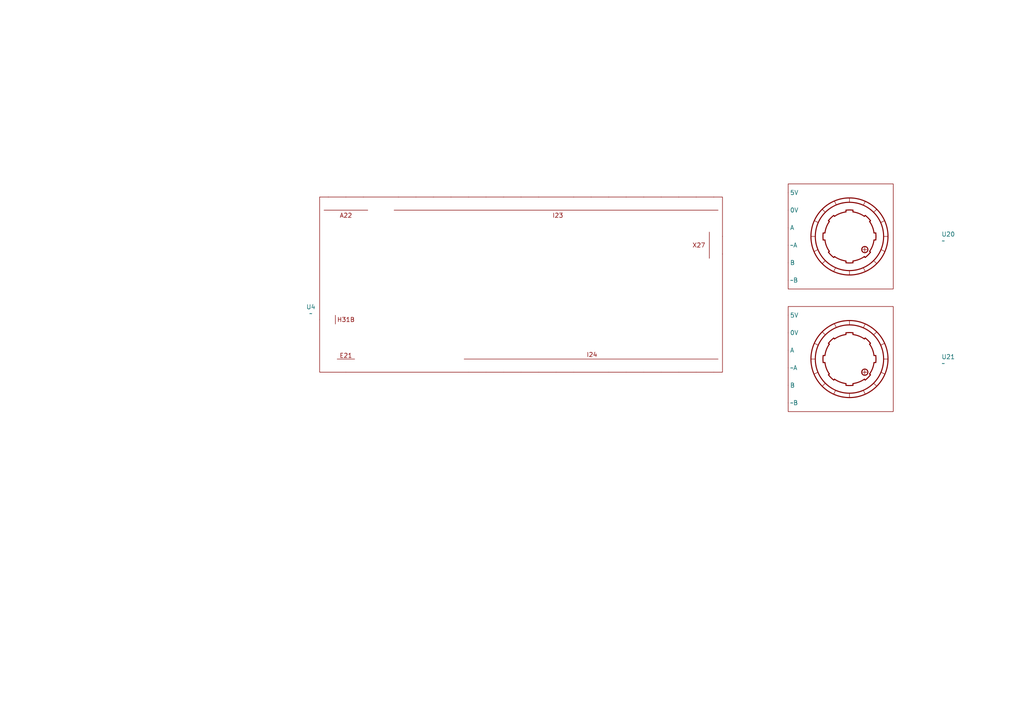
<source format=kicad_sch>
(kicad_sch
	(version 20250114)
	(generator "eeschema")
	(generator_version "9.0")
	(uuid "05e73eb6-e5d9-43d7-b8fa-7657f053cdc2")
	(paper "A4")
	(lib_symbols
		(symbol "000_Fagor:CNC_8058_elite"
			(exclude_from_sim no)
			(in_bom yes)
			(on_board yes)
			(property "Reference" "U"
				(at -59.182 3.048 0)
				(effects
					(font
						(size 1.27 1.27)
					)
				)
			)
			(property "Value" ""
				(at -25.4 0 0)
				(effects
					(font
						(size 1.27 1.27)
					)
				)
			)
			(property "Footprint" ""
				(at -25.4 0 0)
				(effects
					(font
						(size 1.27 1.27)
					)
					(hide yes)
				)
			)
			(property "Datasheet" ""
				(at -25.4 0 0)
				(effects
					(font
						(size 1.27 1.27)
					)
					(hide yes)
				)
			)
			(property "Description" ""
				(at -25.4 0 0)
				(effects
					(font
						(size 1.27 1.27)
					)
					(hide yes)
				)
			)
			(symbol "CNC_8058_elite_0_1"
				(rectangle
					(start -58.42 25.4)
					(end 58.42 -25.4)
					(stroke
						(width 0)
						(type default)
					)
					(fill
						(type none)
					)
				)
				(polyline
					(pts
						(xy -57.15 21.59) (xy -44.45 21.59)
					)
					(stroke
						(width 0)
						(type default)
					)
					(fill
						(type none)
					)
				)
				(polyline
					(pts
						(xy -53.848 -8.89) (xy -53.848 -11.43)
					)
					(stroke
						(width 0)
						(type default)
					)
					(fill
						(type none)
					)
				)
				(polyline
					(pts
						(xy -53.34 -21.59) (xy -48.26 -21.59)
					)
					(stroke
						(width 0)
						(type default)
					)
					(fill
						(type none)
					)
				)
				(polyline
					(pts
						(xy -36.83 21.59) (xy 57.15 21.59)
					)
					(stroke
						(width 0)
						(type default)
					)
					(fill
						(type none)
					)
				)
				(polyline
					(pts
						(xy -16.51 -21.59) (xy 57.15 -21.59)
					)
					(stroke
						(width 0)
						(type default)
					)
					(fill
						(type none)
					)
				)
				(polyline
					(pts
						(xy 54.61 15.24) (xy 54.61 7.62)
					)
					(stroke
						(width 0)
						(type default)
					)
					(fill
						(type none)
					)
				)
			)
			(symbol "CNC_8058_elite_1_1"
				(text "A22"
					(at -50.8 20.066 0)
					(effects
						(font
							(size 1.27 1.27)
						)
					)
				)
				(text "H31B"
					(at -50.8 -10.16 0)
					(effects
						(font
							(size 1.27 1.27)
						)
					)
				)
				(text "E21"
					(at -50.8 -20.574 0)
					(effects
						(font
							(size 1.27 1.27)
						)
					)
				)
				(text "I23"
					(at 10.668 20.066 0)
					(effects
						(font
							(size 1.27 1.27)
						)
					)
				)
				(text "I24"
					(at 20.574 -20.32 0)
					(effects
						(font
							(size 1.27 1.27)
						)
					)
				)
				(text "X27"
					(at 51.562 11.43 0)
					(effects
						(font
							(size 1.27 1.27)
						)
					)
				)
				(pin input line
					(at -58.42 -10.16 0)
					(length 0)
					(name ""
						(effects
							(font
								(size 0.635 0.635)
							)
						)
					)
					(number ""
						(effects
							(font
								(size 0.635 0.635)
							)
						)
					)
				)
				(pin input line
					(at -55.88 25.4 270)
					(length 0)
					(name ""
						(effects
							(font
								(size 0.635 0.635)
							)
						)
					)
					(number ""
						(effects
							(font
								(size 0.635 0.635)
							)
						)
					)
				)
				(pin input line
					(at -50.8 25.4 270)
					(length 0)
					(name ""
						(effects
							(font
								(size 0.635 0.635)
							)
						)
					)
					(number ""
						(effects
							(font
								(size 0.635 0.635)
							)
						)
					)
				)
				(pin input line
					(at -50.8 -25.4 90)
					(length 0)
					(name ""
						(effects
							(font
								(size 0.635 0.635)
							)
						)
					)
					(number ""
						(effects
							(font
								(size 0.635 0.635)
							)
						)
					)
				)
				(pin input line
					(at -45.72 25.4 270)
					(length 0)
					(name ""
						(effects
							(font
								(size 0.635 0.635)
							)
						)
					)
					(number ""
						(effects
							(font
								(size 0.635 0.635)
							)
						)
					)
				)
				(pin input line
					(at -35.56 25.4 270)
					(length 0)
					(name ""
						(effects
							(font
								(size 0.635 0.635)
							)
						)
					)
					(number ""
						(effects
							(font
								(size 0.635 0.635)
							)
						)
					)
				)
				(pin input line
					(at -30.48 25.4 270)
					(length 0)
					(name ""
						(effects
							(font
								(size 0.635 0.635)
							)
						)
					)
					(number ""
						(effects
							(font
								(size 0.635 0.635)
							)
						)
					)
				)
				(pin input line
					(at -25.4 25.4 270)
					(length 0)
					(name ""
						(effects
							(font
								(size 0.635 0.635)
							)
						)
					)
					(number ""
						(effects
							(font
								(size 0.635 0.635)
							)
						)
					)
				)
				(pin input line
					(at -20.32 25.4 270)
					(length 0)
					(name ""
						(effects
							(font
								(size 0.635 0.635)
							)
						)
					)
					(number ""
						(effects
							(font
								(size 0.635 0.635)
							)
						)
					)
				)
				(pin input line
					(at -15.24 25.4 270)
					(length 0)
					(name ""
						(effects
							(font
								(size 0.635 0.635)
							)
						)
					)
					(number ""
						(effects
							(font
								(size 0.635 0.635)
							)
						)
					)
				)
				(pin output line
					(at -15.24 -25.4 90)
					(length 0)
					(name ""
						(effects
							(font
								(size 0.635 0.635)
							)
						)
					)
					(number ""
						(effects
							(font
								(size 0.635 0.635)
							)
						)
					)
				)
				(pin input line
					(at -10.16 25.4 270)
					(length 0)
					(name ""
						(effects
							(font
								(size 0.635 0.635)
							)
						)
					)
					(number ""
						(effects
							(font
								(size 0.635 0.635)
							)
						)
					)
				)
				(pin output line
					(at -10.16 -25.4 90)
					(length 0)
					(name ""
						(effects
							(font
								(size 0.635 0.635)
							)
						)
					)
					(number ""
						(effects
							(font
								(size 0.635 0.635)
							)
						)
					)
				)
				(pin input line
					(at -5.08 25.4 270)
					(length 0)
					(name ""
						(effects
							(font
								(size 0.635 0.635)
							)
						)
					)
					(number ""
						(effects
							(font
								(size 0.635 0.635)
							)
						)
					)
				)
				(pin output line
					(at -5.08 -25.4 90)
					(length 0)
					(name ""
						(effects
							(font
								(size 0.635 0.635)
							)
						)
					)
					(number ""
						(effects
							(font
								(size 0.635 0.635)
							)
						)
					)
				)
				(pin input line
					(at 0 25.4 270)
					(length 0)
					(name ""
						(effects
							(font
								(size 0.635 0.635)
							)
						)
					)
					(number ""
						(effects
							(font
								(size 0.635 0.635)
							)
						)
					)
				)
				(pin output line
					(at 0 -25.4 90)
					(length 0)
					(name ""
						(effects
							(font
								(size 0.635 0.635)
							)
						)
					)
					(number ""
						(effects
							(font
								(size 0.635 0.635)
							)
						)
					)
				)
				(pin input line
					(at 5.08 25.4 270)
					(length 0)
					(name ""
						(effects
							(font
								(size 0.635 0.635)
							)
						)
					)
					(number ""
						(effects
							(font
								(size 0.635 0.635)
							)
						)
					)
				)
				(pin output line
					(at 5.08 -25.4 90)
					(length 0)
					(name ""
						(effects
							(font
								(size 0.635 0.635)
							)
						)
					)
					(number ""
						(effects
							(font
								(size 0.635 0.635)
							)
						)
					)
				)
				(pin output line
					(at 10.16 -25.4 90)
					(length 0)
					(name ""
						(effects
							(font
								(size 0.635 0.635)
							)
						)
					)
					(number ""
						(effects
							(font
								(size 0.635 0.635)
							)
						)
					)
				)
				(pin input line
					(at 15.24 25.4 270)
					(length 0)
					(name ""
						(effects
							(font
								(size 0.635 0.635)
							)
						)
					)
					(number ""
						(effects
							(font
								(size 0.635 0.635)
							)
						)
					)
				)
				(pin output line
					(at 15.24 -25.4 90)
					(length 0)
					(name ""
						(effects
							(font
								(size 0.635 0.635)
							)
						)
					)
					(number ""
						(effects
							(font
								(size 0.635 0.635)
							)
						)
					)
				)
				(pin input line
					(at 20.32 25.4 270)
					(length 0)
					(name ""
						(effects
							(font
								(size 0.635 0.635)
							)
						)
					)
					(number ""
						(effects
							(font
								(size 0.635 0.635)
							)
						)
					)
				)
				(pin input line
					(at 25.4 25.4 270)
					(length 0)
					(name ""
						(effects
							(font
								(size 0.635 0.635)
							)
						)
					)
					(number ""
						(effects
							(font
								(size 0.635 0.635)
							)
						)
					)
				)
				(pin output line
					(at 25.4 -25.4 90)
					(length 0)
					(name ""
						(effects
							(font
								(size 0.635 0.635)
							)
						)
					)
					(number ""
						(effects
							(font
								(size 0.635 0.635)
							)
						)
					)
				)
				(pin input line
					(at 30.48 25.4 270)
					(length 0)
					(name ""
						(effects
							(font
								(size 0.635 0.635)
							)
						)
					)
					(number ""
						(effects
							(font
								(size 0.635 0.635)
							)
						)
					)
				)
				(pin output line
					(at 30.48 -25.4 90)
					(length 0)
					(name ""
						(effects
							(font
								(size 0.635 0.635)
							)
						)
					)
					(number ""
						(effects
							(font
								(size 0.635 0.635)
							)
						)
					)
				)
				(pin input line
					(at 35.56 25.4 270)
					(length 0)
					(name ""
						(effects
							(font
								(size 0.635 0.635)
							)
						)
					)
					(number ""
						(effects
							(font
								(size 0.635 0.635)
							)
						)
					)
				)
				(pin output line
					(at 35.56 -25.4 90)
					(length 0)
					(name ""
						(effects
							(font
								(size 0.635 0.635)
							)
						)
					)
					(number ""
						(effects
							(font
								(size 0.635 0.635)
							)
						)
					)
				)
				(pin input line
					(at 40.64 25.4 270)
					(length 0)
					(name ""
						(effects
							(font
								(size 0.635 0.635)
							)
						)
					)
					(number ""
						(effects
							(font
								(size 0.635 0.635)
							)
						)
					)
				)
				(pin output line
					(at 40.64 -25.4 90)
					(length 0)
					(name ""
						(effects
							(font
								(size 0.635 0.635)
							)
						)
					)
					(number ""
						(effects
							(font
								(size 0.635 0.635)
							)
						)
					)
				)
				(pin input line
					(at 45.72 25.4 270)
					(length 0)
					(name ""
						(effects
							(font
								(size 0.635 0.635)
							)
						)
					)
					(number ""
						(effects
							(font
								(size 0.635 0.635)
							)
						)
					)
				)
				(pin output line
					(at 45.72 -25.4 90)
					(length 0)
					(name ""
						(effects
							(font
								(size 0.635 0.635)
							)
						)
					)
					(number ""
						(effects
							(font
								(size 0.635 0.635)
							)
						)
					)
				)
				(pin input line
					(at 50.8 25.4 270)
					(length 0)
					(name ""
						(effects
							(font
								(size 0.635 0.635)
							)
						)
					)
					(number ""
						(effects
							(font
								(size 0.635 0.635)
							)
						)
					)
				)
				(pin output line
					(at 50.8 -25.4 90)
					(length 0)
					(name ""
						(effects
							(font
								(size 0.635 0.635)
							)
						)
					)
					(number ""
						(effects
							(font
								(size 0.635 0.635)
							)
						)
					)
				)
				(pin input line
					(at 55.88 25.4 270)
					(length 0)
					(name ""
						(effects
							(font
								(size 0.635 0.635)
							)
						)
					)
					(number ""
						(effects
							(font
								(size 0.635 0.635)
							)
						)
					)
				)
				(pin output line
					(at 55.88 -25.4 90)
					(length 0)
					(name ""
						(effects
							(font
								(size 0.635 0.635)
							)
						)
					)
					(number ""
						(effects
							(font
								(size 0.635 0.635)
							)
						)
					)
				)
				(pin input line
					(at 58.42 13.97 180)
					(length 0)
					(name ""
						(effects
							(font
								(size 0.635 0.635)
							)
						)
					)
					(number ""
						(effects
							(font
								(size 0.635 0.635)
							)
						)
					)
				)
				(pin output line
					(at 58.42 8.89 180)
					(length 0)
					(name ""
						(effects
							(font
								(size 0.635 0.635)
							)
						)
					)
					(number ""
						(effects
							(font
								(size 0.635 0.635)
							)
						)
					)
				)
			)
			(embedded_fonts no)
		)
		(symbol "000_Fagor:UFO"
			(exclude_from_sim no)
			(in_bom yes)
			(on_board yes)
			(property "Reference" "U"
				(at 0 0 0)
				(effects
					(font
						(size 1.27 1.27)
					)
				)
			)
			(property "Value" ""
				(at 0 0 0)
				(effects
					(font
						(size 1.27 1.27)
					)
				)
			)
			(property "Footprint" ""
				(at 0 0 0)
				(effects
					(font
						(size 1.27 1.27)
					)
					(hide yes)
				)
			)
			(property "Datasheet" ""
				(at 0 0 0)
				(effects
					(font
						(size 1.27 1.27)
					)
					(hide yes)
				)
			)
			(property "Description" ""
				(at 0 0 0)
				(effects
					(font
						(size 1.27 1.27)
					)
					(hide yes)
				)
			)
			(symbol "UFO_0_1"
				(polyline
					(pts
						(xy 0 9.906) (xy 0 11.176)
					)
					(stroke
						(width 0)
						(type default)
					)
					(fill
						(type none)
					)
				)
			)
			(symbol "UFO_1_1"
				(rectangle
					(start -17.78 15.24)
					(end 12.7 -15.24)
					(stroke
						(width 0)
						(type default)
					)
					(fill
						(type none)
					)
				)
				(polyline
					(pts
						(xy -10.16 4.572) (xy -9.144 4.064)
					)
					(stroke
						(width 0)
						(type default)
					)
					(fill
						(type none)
					)
				)
				(polyline
					(pts
						(xy -9.906 0) (xy -11.176 0)
					)
					(stroke
						(width 0)
						(type default)
					)
					(fill
						(type none)
					)
				)
				(polyline
					(pts
						(xy -9.144 -3.81) (xy -10.16 -4.318)
					)
					(stroke
						(width 0)
						(type default)
					)
					(fill
						(type none)
					)
				)
				(polyline
					(pts
						(xy -7.874 -7.874) (xy -7.112 -7.112)
					)
					(stroke
						(width 0)
						(type default)
					)
					(fill
						(type none)
					)
				)
				(polyline
					(pts
						(xy -7.62 1.016) (xy -7.112 1.016)
					)
					(stroke
						(width 0.3048)
						(type solid)
					)
					(fill
						(type none)
					)
				)
				(polyline
					(pts
						(xy -7.62 -1.016) (xy -7.112 -1.016)
					)
					(stroke
						(width 0.3048)
						(type solid)
					)
					(fill
						(type none)
					)
				)
				(polyline
					(pts
						(xy -7.112 7.112) (xy -7.874 7.874)
					)
					(stroke
						(width 0)
						(type default)
					)
					(fill
						(type none)
					)
				)
				(polyline
					(pts
						(xy -6.096 4.572) (xy -5.842 4.318)
					)
					(stroke
						(width 0.3048)
						(type solid)
					)
					(fill
						(type none)
					)
				)
				(polyline
					(pts
						(xy -6.096 -4.572) (xy -5.842 -4.318)
					)
					(stroke
						(width 0.3048)
						(type solid)
					)
					(fill
						(type none)
					)
				)
				(polyline
					(pts
						(xy -4.572 6.096) (xy -4.318 5.842)
					)
					(stroke
						(width 0.3048)
						(type solid)
					)
					(fill
						(type none)
					)
				)
				(polyline
					(pts
						(xy -4.572 -6.096) (xy -4.318 -5.842)
					)
					(stroke
						(width 0.3048)
						(type solid)
					)
					(fill
						(type none)
					)
				)
				(polyline
					(pts
						(xy -4.318 -6.096) (xy -4.318 -6.096)
					)
					(stroke
						(width 0)
						(type default)
					)
					(fill
						(type none)
					)
				)
				(polyline
					(pts
						(xy -4.064 -9.144) (xy -4.572 -10.16)
					)
					(stroke
						(width 0)
						(type default)
					)
					(fill
						(type none)
					)
				)
				(polyline
					(pts
						(xy -3.81 9.144) (xy -4.318 10.16)
					)
					(stroke
						(width 0)
						(type default)
					)
					(fill
						(type none)
					)
				)
				(polyline
					(pts
						(xy -1.016 7.62) (xy -1.016 7.112)
					)
					(stroke
						(width 0.3048)
						(type solid)
					)
					(fill
						(type none)
					)
				)
				(polyline
					(pts
						(xy -1.016 -7.62) (xy -1.016 -7.112)
					)
					(stroke
						(width 0.3048)
						(type solid)
					)
					(fill
						(type none)
					)
				)
				(arc
					(start 7.112 -1.016)
					(mid 6.6822 -2.7459)
					(end 5.842 -4.318)
					(stroke
						(width 0.3048)
						(type solid)
					)
					(fill
						(type none)
					)
				)
				(arc
					(start 5.842 4.318)
					(mid 6.6828 2.7462)
					(end 7.112 1.016)
					(stroke
						(width 0.3048)
						(type solid)
					)
					(fill
						(type none)
					)
				)
				(arc
					(start -5.842 -4.318)
					(mid -6.6849 -2.747)
					(end -7.112 -1.016)
					(stroke
						(width 0.3048)
						(type solid)
					)
					(fill
						(type none)
					)
				)
				(arc
					(start 1.016 7.112)
					(mid 2.7411 6.6696)
					(end 4.318 5.842)
					(stroke
						(width 0.3048)
						(type solid)
					)
					(fill
						(type none)
					)
				)
				(arc
					(start 6.091 -4.567)
					(mid 5.3832 -5.3832)
					(end 4.567 -6.091)
					(stroke
						(width 0.3048)
						(type solid)
					)
					(fill
						(type none)
					)
				)
				(arc
					(start -1.0335 -7.1067)
					(mid -2.7586 -6.6643)
					(end -4.3355 -5.8367)
					(stroke
						(width 0.3048)
						(type solid)
					)
					(fill
						(type none)
					)
				)
				(arc
					(start 4.3355 -5.8367)
					(mid 2.7586 -6.6643)
					(end 1.0335 -7.1067)
					(stroke
						(width 0.3048)
						(type solid)
					)
					(fill
						(type none)
					)
				)
				(arc
					(start -7.6181 -1.0323)
					(mid -7.6877 -0.019)
					(end -7.6231 0.9947)
					(stroke
						(width 0.3048)
						(type solid)
					)
					(fill
						(type none)
					)
				)
				(arc
					(start -6.091 4.567)
					(mid -5.3832 5.3832)
					(end -4.567 6.091)
					(stroke
						(width 0.3048)
						(type solid)
					)
					(fill
						(type none)
					)
				)
				(arc
					(start -4.567 -6.091)
					(mid -5.3832 -5.3832)
					(end -6.091 -4.567)
					(stroke
						(width 0.3048)
						(type solid)
					)
					(fill
						(type none)
					)
				)
				(circle
					(center 0 0)
					(radius 9.906)
					(stroke
						(width 0.3048)
						(type solid)
					)
					(fill
						(type none)
					)
				)
				(circle
					(center 0 0)
					(radius 11.176)
					(stroke
						(width 0.3048)
						(type solid)
					)
					(fill
						(type none)
					)
				)
				(arc
					(start 1.0323 -7.6181)
					(mid 0.019 -7.6877)
					(end -0.9947 -7.6231)
					(stroke
						(width 0.3048)
						(type solid)
					)
					(fill
						(type none)
					)
				)
				(arc
					(start 7.6181 1.0323)
					(mid 7.6877 0.019)
					(end 7.6231 -0.9947)
					(stroke
						(width 0.3048)
						(type solid)
					)
					(fill
						(type none)
					)
				)
				(arc
					(start -4.3355 5.8367)
					(mid -2.7586 6.6643)
					(end -1.0335 7.1067)
					(stroke
						(width 0.3048)
						(type solid)
					)
					(fill
						(type none)
					)
				)
				(polyline
					(pts
						(xy 0 -9.906) (xy 0 -11.176)
					)
					(stroke
						(width 0)
						(type default)
					)
					(fill
						(type none)
					)
				)
				(arc
					(start 4.572 6.096)
					(mid 5.3882 5.3882)
					(end 6.096 4.572)
					(stroke
						(width 0.3048)
						(type solid)
					)
					(fill
						(type none)
					)
				)
				(arc
					(start -1.011 7.615)
					(mid 0.0023 7.6846)
					(end 1.016 7.62)
					(stroke
						(width 0.3048)
						(type solid)
					)
					(fill
						(type none)
					)
				)
				(arc
					(start -7.112 1.016)
					(mid -6.6822 2.7459)
					(end -5.842 4.318)
					(stroke
						(width 0.3048)
						(type solid)
					)
					(fill
						(type none)
					)
				)
				(polyline
					(pts
						(xy 1.016 7.62) (xy 1.016 7.112)
					)
					(stroke
						(width 0.3048)
						(type solid)
					)
					(fill
						(type none)
					)
				)
				(polyline
					(pts
						(xy 1.016 -7.62) (xy 1.016 -7.112)
					)
					(stroke
						(width 0.3048)
						(type solid)
					)
					(fill
						(type none)
					)
				)
				(polyline
					(pts
						(xy 3.81 -3.81) (xy 5.08 -3.81)
					)
					(stroke
						(width 0)
						(type default)
					)
					(fill
						(type none)
					)
				)
				(polyline
					(pts
						(xy 4.445 -3.175) (xy 4.445 -4.445)
					)
					(stroke
						(width 0)
						(type default)
					)
					(fill
						(type none)
					)
				)
				(circle
					(center 4.445 -3.81)
					(radius 0.898)
					(stroke
						(width 0.3048)
						(type solid)
					)
					(fill
						(type none)
					)
				)
				(polyline
					(pts
						(xy 4.572 10.16) (xy 4.064 9.144)
					)
					(stroke
						(width 0)
						(type default)
					)
					(fill
						(type none)
					)
				)
				(polyline
					(pts
						(xy 4.572 6.096) (xy 4.318 5.842)
					)
					(stroke
						(width 0.3048)
						(type solid)
					)
					(fill
						(type none)
					)
				)
				(polyline
					(pts
						(xy 4.572 -6.096) (xy 4.318 -5.842)
					)
					(stroke
						(width 0.3048)
						(type solid)
					)
					(fill
						(type none)
					)
				)
				(polyline
					(pts
						(xy 4.572 -10.16) (xy 4.064 -9.144)
					)
					(stroke
						(width 0)
						(type default)
					)
					(fill
						(type none)
					)
				)
				(polyline
					(pts
						(xy 6.096 4.572) (xy 5.842 4.318)
					)
					(stroke
						(width 0.3048)
						(type solid)
					)
					(fill
						(type none)
					)
				)
				(polyline
					(pts
						(xy 6.096 -4.572) (xy 5.842 -4.318)
					)
					(stroke
						(width 0.3048)
						(type solid)
					)
					(fill
						(type none)
					)
				)
				(polyline
					(pts
						(xy 7.62 1.016) (xy 7.112 1.016)
					)
					(stroke
						(width 0.3048)
						(type solid)
					)
					(fill
						(type none)
					)
				)
				(polyline
					(pts
						(xy 7.62 -1.016) (xy 7.112 -1.016)
					)
					(stroke
						(width 0.3048)
						(type solid)
					)
					(fill
						(type none)
					)
				)
				(polyline
					(pts
						(xy 7.874 7.874) (xy 7.112 7.112)
					)
					(stroke
						(width 0)
						(type default)
					)
					(fill
						(type none)
					)
				)
				(polyline
					(pts
						(xy 7.874 -7.874) (xy 7.112 -7.112)
					)
					(stroke
						(width 0)
						(type default)
					)
					(fill
						(type none)
					)
				)
				(polyline
					(pts
						(xy 9.144 4.064) (xy 10.16 4.572)
					)
					(stroke
						(width 0)
						(type default)
					)
					(fill
						(type none)
					)
				)
				(polyline
					(pts
						(xy 9.144 -3.81) (xy 10.16 -4.318)
					)
					(stroke
						(width 0)
						(type default)
					)
					(fill
						(type none)
					)
				)
				(polyline
					(pts
						(xy 9.906 0) (xy 11.176 0)
					)
					(stroke
						(width 0)
						(type default)
					)
					(fill
						(type none)
					)
				)
				(pin output line
					(at -17.78 12.7 0)
					(length 0)
					(name "5V"
						(effects
							(font
								(size 1.27 1.27)
							)
						)
					)
					(number ""
						(effects
							(font
								(size 1.27 1.27)
							)
						)
					)
				)
				(pin output line
					(at -17.78 7.62 0)
					(length 0)
					(name "0V"
						(effects
							(font
								(size 1.27 1.27)
							)
						)
					)
					(number ""
						(effects
							(font
								(size 1.27 1.27)
							)
						)
					)
				)
				(pin output line
					(at -17.78 2.54 0)
					(length 0)
					(name "A"
						(effects
							(font
								(size 1.27 1.27)
							)
						)
					)
					(number ""
						(effects
							(font
								(size 1.27 1.27)
							)
						)
					)
				)
				(pin output line
					(at -17.78 -2.54 0)
					(length 0)
					(name "~A"
						(effects
							(font
								(size 1.27 1.27)
							)
						)
					)
					(number ""
						(effects
							(font
								(size 1.27 1.27)
							)
						)
					)
				)
				(pin output line
					(at -17.78 -7.62 0)
					(length 0)
					(name "B"
						(effects
							(font
								(size 1.27 1.27)
							)
						)
					)
					(number ""
						(effects
							(font
								(size 1.27 1.27)
							)
						)
					)
				)
				(pin output line
					(at -17.78 -12.7 0)
					(length 0)
					(name "~B"
						(effects
							(font
								(size 1.27 1.27)
							)
						)
					)
					(number ""
						(effects
							(font
								(size 1.27 1.27)
							)
						)
					)
				)
			)
			(embedded_fonts no)
		)
		(symbol "UFO_1"
			(exclude_from_sim no)
			(in_bom yes)
			(on_board yes)
			(property "Reference" "U"
				(at 0 0 0)
				(effects
					(font
						(size 1.27 1.27)
					)
				)
			)
			(property "Value" ""
				(at 0 0 0)
				(effects
					(font
						(size 1.27 1.27)
					)
				)
			)
			(property "Footprint" ""
				(at 0 0 0)
				(effects
					(font
						(size 1.27 1.27)
					)
					(hide yes)
				)
			)
			(property "Datasheet" ""
				(at 0 0 0)
				(effects
					(font
						(size 1.27 1.27)
					)
					(hide yes)
				)
			)
			(property "Description" ""
				(at 0 0 0)
				(effects
					(font
						(size 1.27 1.27)
					)
					(hide yes)
				)
			)
			(symbol "UFO_1_0_1"
				(polyline
					(pts
						(xy 0 9.906) (xy 0 11.176)
					)
					(stroke
						(width 0)
						(type default)
					)
					(fill
						(type none)
					)
				)
			)
			(symbol "UFO_1_1_1"
				(rectangle
					(start -17.78 15.24)
					(end 12.7 -15.24)
					(stroke
						(width 0)
						(type default)
					)
					(fill
						(type none)
					)
				)
				(polyline
					(pts
						(xy -10.16 4.572) (xy -9.144 4.064)
					)
					(stroke
						(width 0)
						(type default)
					)
					(fill
						(type none)
					)
				)
				(polyline
					(pts
						(xy -9.906 0) (xy -11.176 0)
					)
					(stroke
						(width 0)
						(type default)
					)
					(fill
						(type none)
					)
				)
				(polyline
					(pts
						(xy -9.144 -3.81) (xy -10.16 -4.318)
					)
					(stroke
						(width 0)
						(type default)
					)
					(fill
						(type none)
					)
				)
				(polyline
					(pts
						(xy -7.874 -7.874) (xy -7.112 -7.112)
					)
					(stroke
						(width 0)
						(type default)
					)
					(fill
						(type none)
					)
				)
				(polyline
					(pts
						(xy -7.62 1.016) (xy -7.112 1.016)
					)
					(stroke
						(width 0.3048)
						(type solid)
					)
					(fill
						(type none)
					)
				)
				(polyline
					(pts
						(xy -7.62 -1.016) (xy -7.112 -1.016)
					)
					(stroke
						(width 0.3048)
						(type solid)
					)
					(fill
						(type none)
					)
				)
				(polyline
					(pts
						(xy -7.112 7.112) (xy -7.874 7.874)
					)
					(stroke
						(width 0)
						(type default)
					)
					(fill
						(type none)
					)
				)
				(polyline
					(pts
						(xy -6.096 4.572) (xy -5.842 4.318)
					)
					(stroke
						(width 0.3048)
						(type solid)
					)
					(fill
						(type none)
					)
				)
				(polyline
					(pts
						(xy -6.096 -4.572) (xy -5.842 -4.318)
					)
					(stroke
						(width 0.3048)
						(type solid)
					)
					(fill
						(type none)
					)
				)
				(polyline
					(pts
						(xy -4.572 6.096) (xy -4.318 5.842)
					)
					(stroke
						(width 0.3048)
						(type solid)
					)
					(fill
						(type none)
					)
				)
				(polyline
					(pts
						(xy -4.572 -6.096) (xy -4.318 -5.842)
					)
					(stroke
						(width 0.3048)
						(type solid)
					)
					(fill
						(type none)
					)
				)
				(polyline
					(pts
						(xy -4.318 -6.096) (xy -4.318 -6.096)
					)
					(stroke
						(width 0)
						(type default)
					)
					(fill
						(type none)
					)
				)
				(polyline
					(pts
						(xy -4.064 -9.144) (xy -4.572 -10.16)
					)
					(stroke
						(width 0)
						(type default)
					)
					(fill
						(type none)
					)
				)
				(polyline
					(pts
						(xy -3.81 9.144) (xy -4.318 10.16)
					)
					(stroke
						(width 0)
						(type default)
					)
					(fill
						(type none)
					)
				)
				(polyline
					(pts
						(xy -1.016 7.62) (xy -1.016 7.112)
					)
					(stroke
						(width 0.3048)
						(type solid)
					)
					(fill
						(type none)
					)
				)
				(polyline
					(pts
						(xy -1.016 -7.62) (xy -1.016 -7.112)
					)
					(stroke
						(width 0.3048)
						(type solid)
					)
					(fill
						(type none)
					)
				)
				(arc
					(start 7.112 -1.016)
					(mid 6.6822 -2.7459)
					(end 5.842 -4.318)
					(stroke
						(width 0.3048)
						(type solid)
					)
					(fill
						(type none)
					)
				)
				(arc
					(start 5.842 4.318)
					(mid 6.6828 2.7462)
					(end 7.112 1.016)
					(stroke
						(width 0.3048)
						(type solid)
					)
					(fill
						(type none)
					)
				)
				(arc
					(start -5.842 -4.318)
					(mid -6.6849 -2.747)
					(end -7.112 -1.016)
					(stroke
						(width 0.3048)
						(type solid)
					)
					(fill
						(type none)
					)
				)
				(arc
					(start 1.016 7.112)
					(mid 2.7411 6.6696)
					(end 4.318 5.842)
					(stroke
						(width 0.3048)
						(type solid)
					)
					(fill
						(type none)
					)
				)
				(arc
					(start 6.091 -4.567)
					(mid 5.3832 -5.3832)
					(end 4.567 -6.091)
					(stroke
						(width 0.3048)
						(type solid)
					)
					(fill
						(type none)
					)
				)
				(arc
					(start -1.0335 -7.1067)
					(mid -2.7586 -6.6643)
					(end -4.3355 -5.8367)
					(stroke
						(width 0.3048)
						(type solid)
					)
					(fill
						(type none)
					)
				)
				(arc
					(start 4.3355 -5.8367)
					(mid 2.7586 -6.6643)
					(end 1.0335 -7.1067)
					(stroke
						(width 0.3048)
						(type solid)
					)
					(fill
						(type none)
					)
				)
				(arc
					(start -7.6181 -1.0323)
					(mid -7.6877 -0.019)
					(end -7.6231 0.9947)
					(stroke
						(width 0.3048)
						(type solid)
					)
					(fill
						(type none)
					)
				)
				(arc
					(start -6.091 4.567)
					(mid -5.3832 5.3832)
					(end -4.567 6.091)
					(stroke
						(width 0.3048)
						(type solid)
					)
					(fill
						(type none)
					)
				)
				(arc
					(start -4.567 -6.091)
					(mid -5.3832 -5.3832)
					(end -6.091 -4.567)
					(stroke
						(width 0.3048)
						(type solid)
					)
					(fill
						(type none)
					)
				)
				(circle
					(center 0 0)
					(radius 9.906)
					(stroke
						(width 0.3048)
						(type solid)
					)
					(fill
						(type none)
					)
				)
				(circle
					(center 0 0)
					(radius 11.176)
					(stroke
						(width 0.3048)
						(type solid)
					)
					(fill
						(type none)
					)
				)
				(arc
					(start 1.0323 -7.6181)
					(mid 0.019 -7.6877)
					(end -0.9947 -7.6231)
					(stroke
						(width 0.3048)
						(type solid)
					)
					(fill
						(type none)
					)
				)
				(arc
					(start 7.6181 1.0323)
					(mid 7.6877 0.019)
					(end 7.6231 -0.9947)
					(stroke
						(width 0.3048)
						(type solid)
					)
					(fill
						(type none)
					)
				)
				(arc
					(start -4.3355 5.8367)
					(mid -2.7586 6.6643)
					(end -1.0335 7.1067)
					(stroke
						(width 0.3048)
						(type solid)
					)
					(fill
						(type none)
					)
				)
				(polyline
					(pts
						(xy 0 -9.906) (xy 0 -11.176)
					)
					(stroke
						(width 0)
						(type default)
					)
					(fill
						(type none)
					)
				)
				(arc
					(start 4.572 6.096)
					(mid 5.3882 5.3882)
					(end 6.096 4.572)
					(stroke
						(width 0.3048)
						(type solid)
					)
					(fill
						(type none)
					)
				)
				(arc
					(start -1.011 7.615)
					(mid 0.0023 7.6846)
					(end 1.016 7.62)
					(stroke
						(width 0.3048)
						(type solid)
					)
					(fill
						(type none)
					)
				)
				(arc
					(start -7.112 1.016)
					(mid -6.6822 2.7459)
					(end -5.842 4.318)
					(stroke
						(width 0.3048)
						(type solid)
					)
					(fill
						(type none)
					)
				)
				(polyline
					(pts
						(xy 1.016 7.62) (xy 1.016 7.112)
					)
					(stroke
						(width 0.3048)
						(type solid)
					)
					(fill
						(type none)
					)
				)
				(polyline
					(pts
						(xy 1.016 -7.62) (xy 1.016 -7.112)
					)
					(stroke
						(width 0.3048)
						(type solid)
					)
					(fill
						(type none)
					)
				)
				(polyline
					(pts
						(xy 3.81 -3.81) (xy 5.08 -3.81)
					)
					(stroke
						(width 0)
						(type default)
					)
					(fill
						(type none)
					)
				)
				(polyline
					(pts
						(xy 4.445 -3.175) (xy 4.445 -4.445)
					)
					(stroke
						(width 0)
						(type default)
					)
					(fill
						(type none)
					)
				)
				(circle
					(center 4.445 -3.81)
					(radius 0.898)
					(stroke
						(width 0.3048)
						(type solid)
					)
					(fill
						(type none)
					)
				)
				(polyline
					(pts
						(xy 4.572 10.16) (xy 4.064 9.144)
					)
					(stroke
						(width 0)
						(type default)
					)
					(fill
						(type none)
					)
				)
				(polyline
					(pts
						(xy 4.572 6.096) (xy 4.318 5.842)
					)
					(stroke
						(width 0.3048)
						(type solid)
					)
					(fill
						(type none)
					)
				)
				(polyline
					(pts
						(xy 4.572 -6.096) (xy 4.318 -5.842)
					)
					(stroke
						(width 0.3048)
						(type solid)
					)
					(fill
						(type none)
					)
				)
				(polyline
					(pts
						(xy 4.572 -10.16) (xy 4.064 -9.144)
					)
					(stroke
						(width 0)
						(type default)
					)
					(fill
						(type none)
					)
				)
				(polyline
					(pts
						(xy 6.096 4.572) (xy 5.842 4.318)
					)
					(stroke
						(width 0.3048)
						(type solid)
					)
					(fill
						(type none)
					)
				)
				(polyline
					(pts
						(xy 6.096 -4.572) (xy 5.842 -4.318)
					)
					(stroke
						(width 0.3048)
						(type solid)
					)
					(fill
						(type none)
					)
				)
				(polyline
					(pts
						(xy 7.62 1.016) (xy 7.112 1.016)
					)
					(stroke
						(width 0.3048)
						(type solid)
					)
					(fill
						(type none)
					)
				)
				(polyline
					(pts
						(xy 7.62 -1.016) (xy 7.112 -1.016)
					)
					(stroke
						(width 0.3048)
						(type solid)
					)
					(fill
						(type none)
					)
				)
				(polyline
					(pts
						(xy 7.874 7.874) (xy 7.112 7.112)
					)
					(stroke
						(width 0)
						(type default)
					)
					(fill
						(type none)
					)
				)
				(polyline
					(pts
						(xy 7.874 -7.874) (xy 7.112 -7.112)
					)
					(stroke
						(width 0)
						(type default)
					)
					(fill
						(type none)
					)
				)
				(polyline
					(pts
						(xy 9.144 4.064) (xy 10.16 4.572)
					)
					(stroke
						(width 0)
						(type default)
					)
					(fill
						(type none)
					)
				)
				(polyline
					(pts
						(xy 9.144 -3.81) (xy 10.16 -4.318)
					)
					(stroke
						(width 0)
						(type default)
					)
					(fill
						(type none)
					)
				)
				(polyline
					(pts
						(xy 9.906 0) (xy 11.176 0)
					)
					(stroke
						(width 0)
						(type default)
					)
					(fill
						(type none)
					)
				)
				(pin output line
					(at -17.78 12.7 0)
					(length 0)
					(name "5V"
						(effects
							(font
								(size 1.27 1.27)
							)
						)
					)
					(number ""
						(effects
							(font
								(size 1.27 1.27)
							)
						)
					)
				)
				(pin output line
					(at -17.78 7.62 0)
					(length 0)
					(name "0V"
						(effects
							(font
								(size 1.27 1.27)
							)
						)
					)
					(number ""
						(effects
							(font
								(size 1.27 1.27)
							)
						)
					)
				)
				(pin output line
					(at -17.78 2.54 0)
					(length 0)
					(name "A"
						(effects
							(font
								(size 1.27 1.27)
							)
						)
					)
					(number ""
						(effects
							(font
								(size 1.27 1.27)
							)
						)
					)
				)
				(pin output line
					(at -17.78 -2.54 0)
					(length 0)
					(name "~A"
						(effects
							(font
								(size 1.27 1.27)
							)
						)
					)
					(number ""
						(effects
							(font
								(size 1.27 1.27)
							)
						)
					)
				)
				(pin output line
					(at -17.78 -7.62 0)
					(length 0)
					(name "B"
						(effects
							(font
								(size 1.27 1.27)
							)
						)
					)
					(number ""
						(effects
							(font
								(size 1.27 1.27)
							)
						)
					)
				)
				(pin output line
					(at -17.78 -12.7 0)
					(length 0)
					(name "~B"
						(effects
							(font
								(size 1.27 1.27)
							)
						)
					)
					(number ""
						(effects
							(font
								(size 1.27 1.27)
							)
						)
					)
				)
			)
			(embedded_fonts no)
		)
	)
	(symbol
		(lib_id "000_Fagor:UFO")
		(at 246.38 68.58 0)
		(unit 1)
		(exclude_from_sim no)
		(in_bom yes)
		(on_board yes)
		(dnp no)
		(fields_autoplaced yes)
		(uuid "092fcb06-2778-478a-9a33-2582129093c9")
		(property "Reference" "U20"
			(at 273.05 67.9449 0)
			(effects
				(font
					(size 1.27 1.27)
				)
				(justify left)
			)
		)
		(property "Value" "~"
			(at 273.05 69.85 0)
			(effects
				(font
					(size 1.27 1.27)
				)
				(justify left)
			)
		)
		(property "Footprint" ""
			(at 246.38 68.58 0)
			(effects
				(font
					(size 1.27 1.27)
				)
				(hide yes)
			)
		)
		(property "Datasheet" ""
			(at 246.38 68.58 0)
			(effects
				(font
					(size 1.27 1.27)
				)
				(hide yes)
			)
		)
		(property "Description" ""
			(at 246.38 68.58 0)
			(effects
				(font
					(size 1.27 1.27)
				)
				(hide yes)
			)
		)
		(pin ""
			(uuid "955e4828-b4eb-4f35-83eb-3d1fe4c8d8d6")
		)
		(pin ""
			(uuid "cf6e4a3d-a986-4324-9031-2294f53d9b90")
		)
		(pin ""
			(uuid "bb95425b-1173-467b-9133-64facb7c98dc")
		)
		(pin ""
			(uuid "6cacaf82-c1ec-4cb7-ba4f-5546d9cf64d4")
		)
		(pin ""
			(uuid "2747f1b0-bda2-4411-92ec-6b89b8bfc145")
		)
		(pin ""
			(uuid "a9d6a228-bc4e-42b7-bdbf-34f952af4ebb")
		)
		(instances
			(project ""
				(path "/52a75faa-5f88-4071-a3e0-32b7b7a12a14/243c97bd-c122-4395-835a-5fe2e33d3dfa"
					(reference "U20")
					(unit 1)
				)
			)
		)
	)
	(symbol
		(lib_id "000_Fagor:CNC_8058_elite")
		(at 151.13 82.55 0)
		(unit 1)
		(exclude_from_sim no)
		(in_bom yes)
		(on_board yes)
		(dnp no)
		(fields_autoplaced yes)
		(uuid "76346f8f-c993-4618-929d-e0ec19f109b4")
		(property "Reference" "U4"
			(at 90.17 89.0268 0)
			(effects
				(font
					(size 1.27 1.27)
				)
			)
		)
		(property "Value" "~"
			(at 90.17 90.9319 0)
			(effects
				(font
					(size 1.27 1.27)
				)
			)
		)
		(property "Footprint" ""
			(at 125.73 82.55 0)
			(effects
				(font
					(size 1.27 1.27)
				)
				(hide yes)
			)
		)
		(property "Datasheet" ""
			(at 125.73 82.55 0)
			(effects
				(font
					(size 1.27 1.27)
				)
				(hide yes)
			)
		)
		(property "Description" ""
			(at 125.73 82.55 0)
			(effects
				(font
					(size 1.27 1.27)
				)
				(hide yes)
			)
		)
		(pin ""
			(uuid "1cbfdd99-99b0-4de5-943e-5260d1817151")
		)
		(pin ""
			(uuid "25740e43-30bd-48f1-9b22-8e748ff14df4")
		)
		(pin ""
			(uuid "101c9cd2-c59d-4420-8654-f9a68af08149")
		)
		(pin ""
			(uuid "a73502ee-3cbd-4308-8b9f-5adc97dbce4a")
		)
		(pin ""
			(uuid "905662b0-5158-4543-950d-40c13d22711c")
		)
		(pin ""
			(uuid "614efe8e-459c-4ca5-80cb-a38bc0525d79")
		)
		(pin ""
			(uuid "ee57f28d-184d-424a-952e-48fad3e8fcdd")
		)
		(pin ""
			(uuid "a9602a4a-93f6-4bd7-be85-690624fe7870")
		)
		(pin ""
			(uuid "64de84a2-b773-4bf1-8b4f-b46c63bfa420")
		)
		(pin ""
			(uuid "d76c457e-dbd4-4127-a9c8-d275b7667ffa")
		)
		(pin ""
			(uuid "67cc9059-b28c-42e5-ac82-e2b66c08b4ce")
		)
		(pin ""
			(uuid "8fa73313-617f-4baa-ad9a-427c51028984")
		)
		(pin ""
			(uuid "a0656a11-16d8-43bd-8003-434d3489145c")
		)
		(pin ""
			(uuid "c057be3e-4753-468d-b5ba-5c92e6c49136")
		)
		(pin ""
			(uuid "d9bd8927-9bdc-4631-983a-1ea168cc03ce")
		)
		(pin ""
			(uuid "80e91d01-a7d2-4461-9d60-b40b918ec847")
		)
		(pin ""
			(uuid "21242d7b-b66f-41bf-b483-9eb65e5397bf")
		)
		(pin ""
			(uuid "f4435707-bb0f-40a0-8b31-daebfa832c38")
		)
		(pin ""
			(uuid "de5001cb-a250-4b64-9803-e5246719884a")
		)
		(pin ""
			(uuid "1526035c-7d12-4e1e-b3a0-daac20208066")
		)
		(pin ""
			(uuid "75c3d3bd-9c18-440d-9a28-0fa6f0346716")
		)
		(pin ""
			(uuid "20adc588-b2d4-461a-8ad7-b38fa9b0d2f9")
		)
		(pin ""
			(uuid "de30b9c4-c85e-46be-86d0-766349b4e22d")
		)
		(pin ""
			(uuid "1bb2fce3-0dd5-4966-a694-89b7d091d072")
		)
		(pin ""
			(uuid "b960c48a-ca28-425d-b6af-052be56347f0")
		)
		(pin ""
			(uuid "914b293f-da0c-4f74-8404-4db91c930dc3")
		)
		(pin ""
			(uuid "c8b7900c-e1b2-4753-812f-5399f190be5b")
		)
		(pin ""
			(uuid "7432ba0b-803c-443b-987a-60d137e7dc70")
		)
		(pin ""
			(uuid "628a126f-907f-465a-866d-50dcfe384281")
		)
		(pin ""
			(uuid "e7c744d6-06be-46ad-b706-9c11a14acb6d")
		)
		(pin ""
			(uuid "649481a8-a1f7-4558-b877-2d0af63c2af2")
		)
		(pin ""
			(uuid "e2d0d0f7-369a-4c08-b02b-0a8ddd01dbf3")
		)
		(pin ""
			(uuid "69ca1cb9-ad47-42e4-8d4f-46f3cace790d")
		)
		(pin ""
			(uuid "ed3b6446-bf1f-4f02-b6b3-e1f5a2ba34ff")
		)
		(pin ""
			(uuid "926450e7-7750-4bc3-8ca8-b9105295ef2d")
		)
		(pin ""
			(uuid "5849dd4a-1e23-4c3d-b5f0-b59ad741172c")
		)
		(pin ""
			(uuid "594e8cc1-621c-4f47-b131-df2e4d17fd54")
		)
		(pin ""
			(uuid "a8ef6892-5dfe-41fb-bd80-d29943fc2b7a")
		)
		(pin ""
			(uuid "7e45810e-b6e2-4408-b05d-fc636ba52fa7")
		)
		(instances
			(project ""
				(path "/52a75faa-5f88-4071-a3e0-32b7b7a12a14/243c97bd-c122-4395-835a-5fe2e33d3dfa"
					(reference "U4")
					(unit 1)
				)
			)
		)
	)
	(symbol
		(lib_name "UFO_1")
		(lib_id "000_Fagor:UFO")
		(at 246.38 104.14 0)
		(unit 1)
		(exclude_from_sim no)
		(in_bom yes)
		(on_board yes)
		(dnp no)
		(fields_autoplaced yes)
		(uuid "fd09e692-7e3a-436b-bf14-7941ec75a166")
		(property "Reference" "U21"
			(at 273.05 103.5049 0)
			(effects
				(font
					(size 1.27 1.27)
				)
				(justify left)
			)
		)
		(property "Value" "~"
			(at 273.05 105.41 0)
			(effects
				(font
					(size 1.27 1.27)
				)
				(justify left)
			)
		)
		(property "Footprint" ""
			(at 246.38 104.14 0)
			(effects
				(font
					(size 1.27 1.27)
				)
				(hide yes)
			)
		)
		(property "Datasheet" ""
			(at 246.38 104.14 0)
			(effects
				(font
					(size 1.27 1.27)
				)
				(hide yes)
			)
		)
		(property "Description" ""
			(at 246.38 104.14 0)
			(effects
				(font
					(size 1.27 1.27)
				)
				(hide yes)
			)
		)
		(pin ""
			(uuid "ea9a4d27-e85b-4e09-be7c-92a0fdb0688c")
		)
		(pin ""
			(uuid "a776e94d-de38-45e0-b81d-d34e5541b103")
		)
		(pin ""
			(uuid "ba131522-4788-4471-9964-8da18a3f2a90")
		)
		(pin ""
			(uuid "80474646-6c93-4e94-8291-9a0af42b4e94")
		)
		(pin ""
			(uuid "00526664-d69f-4ca4-be67-c31dbe1a7e9d")
		)
		(pin ""
			(uuid "da9bb091-aad9-4aff-a12f-ad9cd1e60792")
		)
		(instances
			(project "AUDE_muestra"
				(path "/52a75faa-5f88-4071-a3e0-32b7b7a12a14/243c97bd-c122-4395-835a-5fe2e33d3dfa"
					(reference "U21")
					(unit 1)
				)
			)
		)
	)
)

</source>
